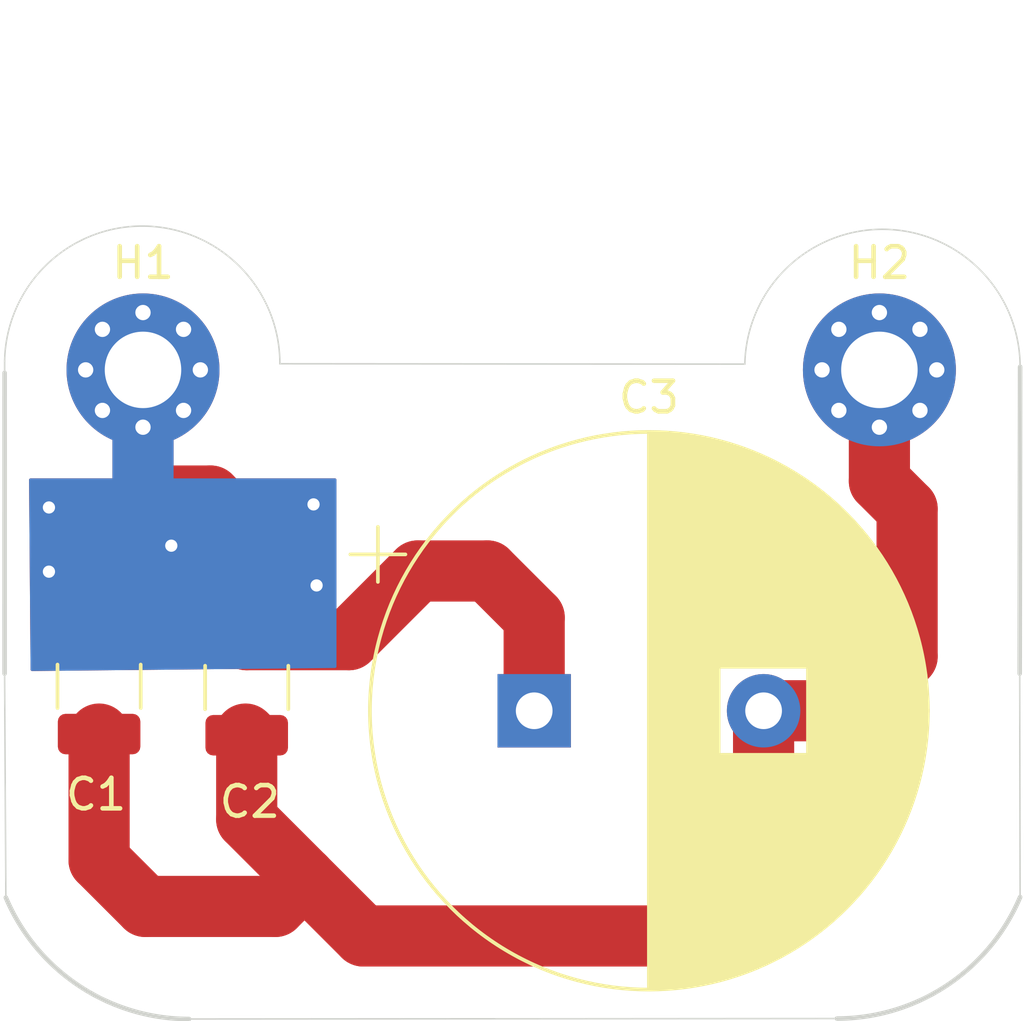
<source format=kicad_pcb>
(kicad_pcb (version 20171130) (host pcbnew "(5.1.9)-1")

  (general
    (thickness 1.6)
    (drawings 15)
    (tracks 60)
    (zones 0)
    (modules 5)
    (nets 3)
  )

  (page A4)
  (layers
    (0 F.Cu signal)
    (31 B.Cu signal)
    (32 B.Adhes user)
    (33 F.Adhes user)
    (34 B.Paste user)
    (35 F.Paste user)
    (36 B.SilkS user)
    (37 F.SilkS user)
    (38 B.Mask user)
    (39 F.Mask user)
    (40 Dwgs.User user)
    (41 Cmts.User user)
    (42 Eco1.User user)
    (43 Eco2.User user)
    (44 Edge.Cuts user)
    (45 Margin user)
    (46 B.CrtYd user)
    (47 F.CrtYd user)
    (48 B.Fab user)
    (49 F.Fab user hide)
  )

  (setup
    (last_trace_width 1)
    (user_trace_width 0.5)
    (user_trace_width 1)
    (user_trace_width 2)
    (user_trace_width 3.6)
    (trace_clearance 0.2)
    (zone_clearance 0.508)
    (zone_45_only no)
    (trace_min 0.2)
    (via_size 0.8)
    (via_drill 0.4)
    (via_min_size 0.4)
    (via_min_drill 0.3)
    (uvia_size 0.3)
    (uvia_drill 0.1)
    (uvias_allowed no)
    (uvia_min_size 0.2)
    (uvia_min_drill 0.1)
    (edge_width 0.05)
    (segment_width 0.2)
    (pcb_text_width 0.3)
    (pcb_text_size 1.5 1.5)
    (mod_edge_width 0.12)
    (mod_text_size 1 1)
    (mod_text_width 0.15)
    (pad_size 1.524 1.524)
    (pad_drill 0.762)
    (pad_to_mask_clearance 0)
    (aux_axis_origin 0 0)
    (visible_elements 7FFFFFFF)
    (pcbplotparams
      (layerselection 0x010fc_ffffffff)
      (usegerberextensions false)
      (usegerberattributes true)
      (usegerberadvancedattributes true)
      (creategerberjobfile true)
      (excludeedgelayer true)
      (linewidth 0.100000)
      (plotframeref false)
      (viasonmask false)
      (mode 1)
      (useauxorigin false)
      (hpglpennumber 1)
      (hpglpenspeed 20)
      (hpglpendiameter 15.000000)
      (psnegative false)
      (psa4output false)
      (plotreference true)
      (plotvalue true)
      (plotinvisibletext false)
      (padsonsilk false)
      (subtractmaskfromsilk false)
      (outputformat 1)
      (mirror false)
      (drillshape 1)
      (scaleselection 1)
      (outputdirectory ""))
  )

  (net 0 "")
  (net 1 "Net-(C1-Pad2)")
  (net 2 "Net-(C1-Pad1)")

  (net_class Default "This is the default net class."
    (clearance 0.2)
    (trace_width 0.25)
    (via_dia 0.8)
    (via_drill 0.4)
    (uvia_dia 0.3)
    (uvia_drill 0.1)
    (add_net "Net-(C1-Pad1)")
    (add_net "Net-(C1-Pad2)")
  )

  (module Capacitor_THT:CP_Radial_D18.0mm_P7.50mm (layer F.Cu) (tedit 5AE50EF1) (tstamp 60874AB8)
    (at 150.114 95.25)
    (descr "CP, Radial series, Radial, pin pitch=7.50mm, , diameter=18mm, Electrolytic Capacitor")
    (tags "CP Radial series Radial pin pitch 7.50mm  diameter 18mm Electrolytic Capacitor")
    (path /6078DC12)
    (fp_text reference C3 (at 3.75 -10.25) (layer F.SilkS)
      (effects (font (size 1 1) (thickness 0.15)))
    )
    (fp_text value 100u (at 3.75 10.25) (layer F.Fab)
      (effects (font (size 1 1) (thickness 0.15)))
    )
    (fp_line (start -5.10944 -6.015) (end -5.10944 -4.215) (layer F.SilkS) (width 0.12))
    (fp_line (start -6.00944 -5.115) (end -4.20944 -5.115) (layer F.SilkS) (width 0.12))
    (fp_line (start 12.87 -0.04) (end 12.87 0.04) (layer F.SilkS) (width 0.12))
    (fp_line (start 12.83 -0.814) (end 12.83 0.814) (layer F.SilkS) (width 0.12))
    (fp_line (start 12.79 -1.166) (end 12.79 1.166) (layer F.SilkS) (width 0.12))
    (fp_line (start 12.75 -1.435) (end 12.75 1.435) (layer F.SilkS) (width 0.12))
    (fp_line (start 12.71 -1.661) (end 12.71 1.661) (layer F.SilkS) (width 0.12))
    (fp_line (start 12.67 -1.86) (end 12.67 1.86) (layer F.SilkS) (width 0.12))
    (fp_line (start 12.63 -2.039) (end 12.63 2.039) (layer F.SilkS) (width 0.12))
    (fp_line (start 12.59 -2.203) (end 12.59 2.203) (layer F.SilkS) (width 0.12))
    (fp_line (start 12.55 -2.355) (end 12.55 2.355) (layer F.SilkS) (width 0.12))
    (fp_line (start 12.51 -2.498) (end 12.51 2.498) (layer F.SilkS) (width 0.12))
    (fp_line (start 12.47 -2.632) (end 12.47 2.632) (layer F.SilkS) (width 0.12))
    (fp_line (start 12.43 -2.759) (end 12.43 2.759) (layer F.SilkS) (width 0.12))
    (fp_line (start 12.39 -2.88) (end 12.39 2.88) (layer F.SilkS) (width 0.12))
    (fp_line (start 12.35 -2.996) (end 12.35 2.996) (layer F.SilkS) (width 0.12))
    (fp_line (start 12.31 -3.107) (end 12.31 3.107) (layer F.SilkS) (width 0.12))
    (fp_line (start 12.27 -3.214) (end 12.27 3.214) (layer F.SilkS) (width 0.12))
    (fp_line (start 12.23 -3.317) (end 12.23 3.317) (layer F.SilkS) (width 0.12))
    (fp_line (start 12.19 -3.416) (end 12.19 3.416) (layer F.SilkS) (width 0.12))
    (fp_line (start 12.15 -3.512) (end 12.15 3.512) (layer F.SilkS) (width 0.12))
    (fp_line (start 12.11 -3.605) (end 12.11 3.605) (layer F.SilkS) (width 0.12))
    (fp_line (start 12.07 -3.696) (end 12.07 3.696) (layer F.SilkS) (width 0.12))
    (fp_line (start 12.03 -3.784) (end 12.03 3.784) (layer F.SilkS) (width 0.12))
    (fp_line (start 11.99 -3.869) (end 11.99 3.869) (layer F.SilkS) (width 0.12))
    (fp_line (start 11.95 -3.952) (end 11.95 3.952) (layer F.SilkS) (width 0.12))
    (fp_line (start 11.911 -4.033) (end 11.911 4.033) (layer F.SilkS) (width 0.12))
    (fp_line (start 11.871 -4.113) (end 11.871 4.113) (layer F.SilkS) (width 0.12))
    (fp_line (start 11.831 -4.19) (end 11.831 4.19) (layer F.SilkS) (width 0.12))
    (fp_line (start 11.791 -4.265) (end 11.791 4.265) (layer F.SilkS) (width 0.12))
    (fp_line (start 11.751 -4.339) (end 11.751 4.339) (layer F.SilkS) (width 0.12))
    (fp_line (start 11.711 -4.412) (end 11.711 4.412) (layer F.SilkS) (width 0.12))
    (fp_line (start 11.671 -4.482) (end 11.671 4.482) (layer F.SilkS) (width 0.12))
    (fp_line (start 11.631 -4.552) (end 11.631 4.552) (layer F.SilkS) (width 0.12))
    (fp_line (start 11.591 -4.62) (end 11.591 4.62) (layer F.SilkS) (width 0.12))
    (fp_line (start 11.551 -4.686) (end 11.551 4.686) (layer F.SilkS) (width 0.12))
    (fp_line (start 11.511 -4.752) (end 11.511 4.752) (layer F.SilkS) (width 0.12))
    (fp_line (start 11.471 -4.816) (end 11.471 4.816) (layer F.SilkS) (width 0.12))
    (fp_line (start 11.431 -4.879) (end 11.431 4.879) (layer F.SilkS) (width 0.12))
    (fp_line (start 11.391 -4.941) (end 11.391 4.941) (layer F.SilkS) (width 0.12))
    (fp_line (start 11.351 -5.002) (end 11.351 5.002) (layer F.SilkS) (width 0.12))
    (fp_line (start 11.311 -5.062) (end 11.311 5.062) (layer F.SilkS) (width 0.12))
    (fp_line (start 11.271 -5.12) (end 11.271 5.12) (layer F.SilkS) (width 0.12))
    (fp_line (start 11.231 -5.178) (end 11.231 5.178) (layer F.SilkS) (width 0.12))
    (fp_line (start 11.191 -5.235) (end 11.191 5.235) (layer F.SilkS) (width 0.12))
    (fp_line (start 11.151 -5.291) (end 11.151 5.291) (layer F.SilkS) (width 0.12))
    (fp_line (start 11.111 -5.346) (end 11.111 5.346) (layer F.SilkS) (width 0.12))
    (fp_line (start 11.071 -5.4) (end 11.071 5.4) (layer F.SilkS) (width 0.12))
    (fp_line (start 11.031 -5.454) (end 11.031 5.454) (layer F.SilkS) (width 0.12))
    (fp_line (start 10.991 -5.506) (end 10.991 5.506) (layer F.SilkS) (width 0.12))
    (fp_line (start 10.951 -5.558) (end 10.951 5.558) (layer F.SilkS) (width 0.12))
    (fp_line (start 10.911 -5.609) (end 10.911 5.609) (layer F.SilkS) (width 0.12))
    (fp_line (start 10.871 -5.66) (end 10.871 5.66) (layer F.SilkS) (width 0.12))
    (fp_line (start 10.831 -5.709) (end 10.831 5.709) (layer F.SilkS) (width 0.12))
    (fp_line (start 10.791 -5.758) (end 10.791 5.758) (layer F.SilkS) (width 0.12))
    (fp_line (start 10.751 -5.806) (end 10.751 5.806) (layer F.SilkS) (width 0.12))
    (fp_line (start 10.711 -5.854) (end 10.711 5.854) (layer F.SilkS) (width 0.12))
    (fp_line (start 10.671 -5.901) (end 10.671 5.901) (layer F.SilkS) (width 0.12))
    (fp_line (start 10.631 -5.947) (end 10.631 5.947) (layer F.SilkS) (width 0.12))
    (fp_line (start 10.591 -5.993) (end 10.591 5.993) (layer F.SilkS) (width 0.12))
    (fp_line (start 10.551 -6.038) (end 10.551 6.038) (layer F.SilkS) (width 0.12))
    (fp_line (start 10.511 -6.082) (end 10.511 6.082) (layer F.SilkS) (width 0.12))
    (fp_line (start 10.471 -6.126) (end 10.471 6.126) (layer F.SilkS) (width 0.12))
    (fp_line (start 10.431 -6.17) (end 10.431 6.17) (layer F.SilkS) (width 0.12))
    (fp_line (start 10.391 -6.212) (end 10.391 6.212) (layer F.SilkS) (width 0.12))
    (fp_line (start 10.351 -6.254) (end 10.351 6.254) (layer F.SilkS) (width 0.12))
    (fp_line (start 10.311 -6.296) (end 10.311 6.296) (layer F.SilkS) (width 0.12))
    (fp_line (start 10.271 -6.337) (end 10.271 6.337) (layer F.SilkS) (width 0.12))
    (fp_line (start 10.231 -6.378) (end 10.231 6.378) (layer F.SilkS) (width 0.12))
    (fp_line (start 10.191 -6.418) (end 10.191 6.418) (layer F.SilkS) (width 0.12))
    (fp_line (start 10.151 -6.458) (end 10.151 6.458) (layer F.SilkS) (width 0.12))
    (fp_line (start 10.111 -6.497) (end 10.111 6.497) (layer F.SilkS) (width 0.12))
    (fp_line (start 10.071 -6.536) (end 10.071 6.536) (layer F.SilkS) (width 0.12))
    (fp_line (start 10.031 -6.574) (end 10.031 6.574) (layer F.SilkS) (width 0.12))
    (fp_line (start 9.991 -6.612) (end 9.991 6.612) (layer F.SilkS) (width 0.12))
    (fp_line (start 9.951 -6.649) (end 9.951 6.649) (layer F.SilkS) (width 0.12))
    (fp_line (start 9.911 -6.686) (end 9.911 6.686) (layer F.SilkS) (width 0.12))
    (fp_line (start 9.871 -6.722) (end 9.871 6.722) (layer F.SilkS) (width 0.12))
    (fp_line (start 9.831 -6.758) (end 9.831 6.758) (layer F.SilkS) (width 0.12))
    (fp_line (start 9.791 -6.794) (end 9.791 6.794) (layer F.SilkS) (width 0.12))
    (fp_line (start 9.751 -6.829) (end 9.751 6.829) (layer F.SilkS) (width 0.12))
    (fp_line (start 9.711 -6.864) (end 9.711 6.864) (layer F.SilkS) (width 0.12))
    (fp_line (start 9.671 -6.898) (end 9.671 6.898) (layer F.SilkS) (width 0.12))
    (fp_line (start 9.631 -6.932) (end 9.631 6.932) (layer F.SilkS) (width 0.12))
    (fp_line (start 9.591 -6.965) (end 9.591 6.965) (layer F.SilkS) (width 0.12))
    (fp_line (start 9.551 -6.999) (end 9.551 6.999) (layer F.SilkS) (width 0.12))
    (fp_line (start 9.511 -7.031) (end 9.511 7.031) (layer F.SilkS) (width 0.12))
    (fp_line (start 9.471 -7.064) (end 9.471 7.064) (layer F.SilkS) (width 0.12))
    (fp_line (start 9.431 -7.096) (end 9.431 7.096) (layer F.SilkS) (width 0.12))
    (fp_line (start 9.391 -7.127) (end 9.391 7.127) (layer F.SilkS) (width 0.12))
    (fp_line (start 9.351 -7.159) (end 9.351 7.159) (layer F.SilkS) (width 0.12))
    (fp_line (start 9.311 -7.19) (end 9.311 7.19) (layer F.SilkS) (width 0.12))
    (fp_line (start 9.271 -7.22) (end 9.271 7.22) (layer F.SilkS) (width 0.12))
    (fp_line (start 9.231 -7.25) (end 9.231 7.25) (layer F.SilkS) (width 0.12))
    (fp_line (start 9.191 -7.28) (end 9.191 7.28) (layer F.SilkS) (width 0.12))
    (fp_line (start 9.151 -7.31) (end 9.151 7.31) (layer F.SilkS) (width 0.12))
    (fp_line (start 9.111 -7.339) (end 9.111 7.339) (layer F.SilkS) (width 0.12))
    (fp_line (start 9.071 -7.368) (end 9.071 7.368) (layer F.SilkS) (width 0.12))
    (fp_line (start 9.031 -7.397) (end 9.031 7.397) (layer F.SilkS) (width 0.12))
    (fp_line (start 8.991 -7.425) (end 8.991 7.425) (layer F.SilkS) (width 0.12))
    (fp_line (start 8.951 -7.453) (end 8.951 7.453) (layer F.SilkS) (width 0.12))
    (fp_line (start 8.911 1.44) (end 8.911 7.48) (layer F.SilkS) (width 0.12))
    (fp_line (start 8.911 -7.48) (end 8.911 -1.44) (layer F.SilkS) (width 0.12))
    (fp_line (start 8.871 1.44) (end 8.871 7.508) (layer F.SilkS) (width 0.12))
    (fp_line (start 8.871 -7.508) (end 8.871 -1.44) (layer F.SilkS) (width 0.12))
    (fp_line (start 8.831 1.44) (end 8.831 7.535) (layer F.SilkS) (width 0.12))
    (fp_line (start 8.831 -7.535) (end 8.831 -1.44) (layer F.SilkS) (width 0.12))
    (fp_line (start 8.791 1.44) (end 8.791 7.561) (layer F.SilkS) (width 0.12))
    (fp_line (start 8.791 -7.561) (end 8.791 -1.44) (layer F.SilkS) (width 0.12))
    (fp_line (start 8.751 1.44) (end 8.751 7.588) (layer F.SilkS) (width 0.12))
    (fp_line (start 8.751 -7.588) (end 8.751 -1.44) (layer F.SilkS) (width 0.12))
    (fp_line (start 8.711 1.44) (end 8.711 7.614) (layer F.SilkS) (width 0.12))
    (fp_line (start 8.711 -7.614) (end 8.711 -1.44) (layer F.SilkS) (width 0.12))
    (fp_line (start 8.671 1.44) (end 8.671 7.64) (layer F.SilkS) (width 0.12))
    (fp_line (start 8.671 -7.64) (end 8.671 -1.44) (layer F.SilkS) (width 0.12))
    (fp_line (start 8.631 1.44) (end 8.631 7.665) (layer F.SilkS) (width 0.12))
    (fp_line (start 8.631 -7.665) (end 8.631 -1.44) (layer F.SilkS) (width 0.12))
    (fp_line (start 8.591 1.44) (end 8.591 7.69) (layer F.SilkS) (width 0.12))
    (fp_line (start 8.591 -7.69) (end 8.591 -1.44) (layer F.SilkS) (width 0.12))
    (fp_line (start 8.551 1.44) (end 8.551 7.715) (layer F.SilkS) (width 0.12))
    (fp_line (start 8.551 -7.715) (end 8.551 -1.44) (layer F.SilkS) (width 0.12))
    (fp_line (start 8.511 1.44) (end 8.511 7.74) (layer F.SilkS) (width 0.12))
    (fp_line (start 8.511 -7.74) (end 8.511 -1.44) (layer F.SilkS) (width 0.12))
    (fp_line (start 8.471 1.44) (end 8.471 7.764) (layer F.SilkS) (width 0.12))
    (fp_line (start 8.471 -7.764) (end 8.471 -1.44) (layer F.SilkS) (width 0.12))
    (fp_line (start 8.431 1.44) (end 8.431 7.788) (layer F.SilkS) (width 0.12))
    (fp_line (start 8.431 -7.788) (end 8.431 -1.44) (layer F.SilkS) (width 0.12))
    (fp_line (start 8.391 1.44) (end 8.391 7.812) (layer F.SilkS) (width 0.12))
    (fp_line (start 8.391 -7.812) (end 8.391 -1.44) (layer F.SilkS) (width 0.12))
    (fp_line (start 8.351 1.44) (end 8.351 7.835) (layer F.SilkS) (width 0.12))
    (fp_line (start 8.351 -7.835) (end 8.351 -1.44) (layer F.SilkS) (width 0.12))
    (fp_line (start 8.311 1.44) (end 8.311 7.859) (layer F.SilkS) (width 0.12))
    (fp_line (start 8.311 -7.859) (end 8.311 -1.44) (layer F.SilkS) (width 0.12))
    (fp_line (start 8.271 1.44) (end 8.271 7.882) (layer F.SilkS) (width 0.12))
    (fp_line (start 8.271 -7.882) (end 8.271 -1.44) (layer F.SilkS) (width 0.12))
    (fp_line (start 8.231 1.44) (end 8.231 7.904) (layer F.SilkS) (width 0.12))
    (fp_line (start 8.231 -7.904) (end 8.231 -1.44) (layer F.SilkS) (width 0.12))
    (fp_line (start 8.191 1.44) (end 8.191 7.927) (layer F.SilkS) (width 0.12))
    (fp_line (start 8.191 -7.927) (end 8.191 -1.44) (layer F.SilkS) (width 0.12))
    (fp_line (start 8.151 1.44) (end 8.151 7.949) (layer F.SilkS) (width 0.12))
    (fp_line (start 8.151 -7.949) (end 8.151 -1.44) (layer F.SilkS) (width 0.12))
    (fp_line (start 8.111 1.44) (end 8.111 7.971) (layer F.SilkS) (width 0.12))
    (fp_line (start 8.111 -7.971) (end 8.111 -1.44) (layer F.SilkS) (width 0.12))
    (fp_line (start 8.071 1.44) (end 8.071 7.992) (layer F.SilkS) (width 0.12))
    (fp_line (start 8.071 -7.992) (end 8.071 -1.44) (layer F.SilkS) (width 0.12))
    (fp_line (start 8.031 1.44) (end 8.031 8.014) (layer F.SilkS) (width 0.12))
    (fp_line (start 8.031 -8.014) (end 8.031 -1.44) (layer F.SilkS) (width 0.12))
    (fp_line (start 7.991 1.44) (end 7.991 8.035) (layer F.SilkS) (width 0.12))
    (fp_line (start 7.991 -8.035) (end 7.991 -1.44) (layer F.SilkS) (width 0.12))
    (fp_line (start 7.951 1.44) (end 7.951 8.056) (layer F.SilkS) (width 0.12))
    (fp_line (start 7.951 -8.056) (end 7.951 -1.44) (layer F.SilkS) (width 0.12))
    (fp_line (start 7.911 1.44) (end 7.911 8.076) (layer F.SilkS) (width 0.12))
    (fp_line (start 7.911 -8.076) (end 7.911 -1.44) (layer F.SilkS) (width 0.12))
    (fp_line (start 7.871 1.44) (end 7.871 8.097) (layer F.SilkS) (width 0.12))
    (fp_line (start 7.871 -8.097) (end 7.871 -1.44) (layer F.SilkS) (width 0.12))
    (fp_line (start 7.831 1.44) (end 7.831 8.117) (layer F.SilkS) (width 0.12))
    (fp_line (start 7.831 -8.117) (end 7.831 -1.44) (layer F.SilkS) (width 0.12))
    (fp_line (start 7.791 1.44) (end 7.791 8.137) (layer F.SilkS) (width 0.12))
    (fp_line (start 7.791 -8.137) (end 7.791 -1.44) (layer F.SilkS) (width 0.12))
    (fp_line (start 7.751 1.44) (end 7.751 8.156) (layer F.SilkS) (width 0.12))
    (fp_line (start 7.751 -8.156) (end 7.751 -1.44) (layer F.SilkS) (width 0.12))
    (fp_line (start 7.711 1.44) (end 7.711 8.176) (layer F.SilkS) (width 0.12))
    (fp_line (start 7.711 -8.176) (end 7.711 -1.44) (layer F.SilkS) (width 0.12))
    (fp_line (start 7.671 1.44) (end 7.671 8.195) (layer F.SilkS) (width 0.12))
    (fp_line (start 7.671 -8.195) (end 7.671 -1.44) (layer F.SilkS) (width 0.12))
    (fp_line (start 7.631 1.44) (end 7.631 8.214) (layer F.SilkS) (width 0.12))
    (fp_line (start 7.631 -8.214) (end 7.631 -1.44) (layer F.SilkS) (width 0.12))
    (fp_line (start 7.591 1.44) (end 7.591 8.233) (layer F.SilkS) (width 0.12))
    (fp_line (start 7.591 -8.233) (end 7.591 -1.44) (layer F.SilkS) (width 0.12))
    (fp_line (start 7.551 1.44) (end 7.551 8.251) (layer F.SilkS) (width 0.12))
    (fp_line (start 7.551 -8.251) (end 7.551 -1.44) (layer F.SilkS) (width 0.12))
    (fp_line (start 7.511 1.44) (end 7.511 8.269) (layer F.SilkS) (width 0.12))
    (fp_line (start 7.511 -8.269) (end 7.511 -1.44) (layer F.SilkS) (width 0.12))
    (fp_line (start 7.471 1.44) (end 7.471 8.287) (layer F.SilkS) (width 0.12))
    (fp_line (start 7.471 -8.287) (end 7.471 -1.44) (layer F.SilkS) (width 0.12))
    (fp_line (start 7.431 1.44) (end 7.431 8.305) (layer F.SilkS) (width 0.12))
    (fp_line (start 7.431 -8.305) (end 7.431 -1.44) (layer F.SilkS) (width 0.12))
    (fp_line (start 7.391 1.44) (end 7.391 8.323) (layer F.SilkS) (width 0.12))
    (fp_line (start 7.391 -8.323) (end 7.391 -1.44) (layer F.SilkS) (width 0.12))
    (fp_line (start 7.351 1.44) (end 7.351 8.34) (layer F.SilkS) (width 0.12))
    (fp_line (start 7.351 -8.34) (end 7.351 -1.44) (layer F.SilkS) (width 0.12))
    (fp_line (start 7.311 1.44) (end 7.311 8.357) (layer F.SilkS) (width 0.12))
    (fp_line (start 7.311 -8.357) (end 7.311 -1.44) (layer F.SilkS) (width 0.12))
    (fp_line (start 7.271 1.44) (end 7.271 8.374) (layer F.SilkS) (width 0.12))
    (fp_line (start 7.271 -8.374) (end 7.271 -1.44) (layer F.SilkS) (width 0.12))
    (fp_line (start 7.231 1.44) (end 7.231 8.39) (layer F.SilkS) (width 0.12))
    (fp_line (start 7.231 -8.39) (end 7.231 -1.44) (layer F.SilkS) (width 0.12))
    (fp_line (start 7.191 1.44) (end 7.191 8.407) (layer F.SilkS) (width 0.12))
    (fp_line (start 7.191 -8.407) (end 7.191 -1.44) (layer F.SilkS) (width 0.12))
    (fp_line (start 7.151 1.44) (end 7.151 8.423) (layer F.SilkS) (width 0.12))
    (fp_line (start 7.151 -8.423) (end 7.151 -1.44) (layer F.SilkS) (width 0.12))
    (fp_line (start 7.111 1.44) (end 7.111 8.439) (layer F.SilkS) (width 0.12))
    (fp_line (start 7.111 -8.439) (end 7.111 -1.44) (layer F.SilkS) (width 0.12))
    (fp_line (start 7.071 1.44) (end 7.071 8.455) (layer F.SilkS) (width 0.12))
    (fp_line (start 7.071 -8.455) (end 7.071 -1.44) (layer F.SilkS) (width 0.12))
    (fp_line (start 7.031 1.44) (end 7.031 8.47) (layer F.SilkS) (width 0.12))
    (fp_line (start 7.031 -8.47) (end 7.031 -1.44) (layer F.SilkS) (width 0.12))
    (fp_line (start 6.991 1.44) (end 6.991 8.486) (layer F.SilkS) (width 0.12))
    (fp_line (start 6.991 -8.486) (end 6.991 -1.44) (layer F.SilkS) (width 0.12))
    (fp_line (start 6.951 1.44) (end 6.951 8.501) (layer F.SilkS) (width 0.12))
    (fp_line (start 6.951 -8.501) (end 6.951 -1.44) (layer F.SilkS) (width 0.12))
    (fp_line (start 6.911 1.44) (end 6.911 8.516) (layer F.SilkS) (width 0.12))
    (fp_line (start 6.911 -8.516) (end 6.911 -1.44) (layer F.SilkS) (width 0.12))
    (fp_line (start 6.871 1.44) (end 6.871 8.53) (layer F.SilkS) (width 0.12))
    (fp_line (start 6.871 -8.53) (end 6.871 -1.44) (layer F.SilkS) (width 0.12))
    (fp_line (start 6.831 1.44) (end 6.831 8.545) (layer F.SilkS) (width 0.12))
    (fp_line (start 6.831 -8.545) (end 6.831 -1.44) (layer F.SilkS) (width 0.12))
    (fp_line (start 6.791 1.44) (end 6.791 8.559) (layer F.SilkS) (width 0.12))
    (fp_line (start 6.791 -8.559) (end 6.791 -1.44) (layer F.SilkS) (width 0.12))
    (fp_line (start 6.751 1.44) (end 6.751 8.573) (layer F.SilkS) (width 0.12))
    (fp_line (start 6.751 -8.573) (end 6.751 -1.44) (layer F.SilkS) (width 0.12))
    (fp_line (start 6.711 1.44) (end 6.711 8.587) (layer F.SilkS) (width 0.12))
    (fp_line (start 6.711 -8.587) (end 6.711 -1.44) (layer F.SilkS) (width 0.12))
    (fp_line (start 6.671 1.44) (end 6.671 8.6) (layer F.SilkS) (width 0.12))
    (fp_line (start 6.671 -8.6) (end 6.671 -1.44) (layer F.SilkS) (width 0.12))
    (fp_line (start 6.631 1.44) (end 6.631 8.614) (layer F.SilkS) (width 0.12))
    (fp_line (start 6.631 -8.614) (end 6.631 -1.44) (layer F.SilkS) (width 0.12))
    (fp_line (start 6.591 1.44) (end 6.591 8.627) (layer F.SilkS) (width 0.12))
    (fp_line (start 6.591 -8.627) (end 6.591 -1.44) (layer F.SilkS) (width 0.12))
    (fp_line (start 6.551 1.44) (end 6.551 8.64) (layer F.SilkS) (width 0.12))
    (fp_line (start 6.551 -8.64) (end 6.551 -1.44) (layer F.SilkS) (width 0.12))
    (fp_line (start 6.511 1.44) (end 6.511 8.653) (layer F.SilkS) (width 0.12))
    (fp_line (start 6.511 -8.653) (end 6.511 -1.44) (layer F.SilkS) (width 0.12))
    (fp_line (start 6.471 1.44) (end 6.471 8.665) (layer F.SilkS) (width 0.12))
    (fp_line (start 6.471 -8.665) (end 6.471 -1.44) (layer F.SilkS) (width 0.12))
    (fp_line (start 6.431 1.44) (end 6.431 8.678) (layer F.SilkS) (width 0.12))
    (fp_line (start 6.431 -8.678) (end 6.431 -1.44) (layer F.SilkS) (width 0.12))
    (fp_line (start 6.391 1.44) (end 6.391 8.69) (layer F.SilkS) (width 0.12))
    (fp_line (start 6.391 -8.69) (end 6.391 -1.44) (layer F.SilkS) (width 0.12))
    (fp_line (start 6.351 1.44) (end 6.351 8.702) (layer F.SilkS) (width 0.12))
    (fp_line (start 6.351 -8.702) (end 6.351 -1.44) (layer F.SilkS) (width 0.12))
    (fp_line (start 6.311 1.44) (end 6.311 8.714) (layer F.SilkS) (width 0.12))
    (fp_line (start 6.311 -8.714) (end 6.311 -1.44) (layer F.SilkS) (width 0.12))
    (fp_line (start 6.271 1.44) (end 6.271 8.725) (layer F.SilkS) (width 0.12))
    (fp_line (start 6.271 -8.725) (end 6.271 -1.44) (layer F.SilkS) (width 0.12))
    (fp_line (start 6.231 1.44) (end 6.231 8.737) (layer F.SilkS) (width 0.12))
    (fp_line (start 6.231 -8.737) (end 6.231 -1.44) (layer F.SilkS) (width 0.12))
    (fp_line (start 6.191 1.44) (end 6.191 8.748) (layer F.SilkS) (width 0.12))
    (fp_line (start 6.191 -8.748) (end 6.191 -1.44) (layer F.SilkS) (width 0.12))
    (fp_line (start 6.151 1.44) (end 6.151 8.759) (layer F.SilkS) (width 0.12))
    (fp_line (start 6.151 -8.759) (end 6.151 -1.44) (layer F.SilkS) (width 0.12))
    (fp_line (start 6.111 1.44) (end 6.111 8.77) (layer F.SilkS) (width 0.12))
    (fp_line (start 6.111 -8.77) (end 6.111 -1.44) (layer F.SilkS) (width 0.12))
    (fp_line (start 6.071 1.44) (end 6.071 8.78) (layer F.SilkS) (width 0.12))
    (fp_line (start 6.071 -8.78) (end 6.071 -1.44) (layer F.SilkS) (width 0.12))
    (fp_line (start 6.031 -8.791) (end 6.031 8.791) (layer F.SilkS) (width 0.12))
    (fp_line (start 5.991 -8.801) (end 5.991 8.801) (layer F.SilkS) (width 0.12))
    (fp_line (start 5.951 -8.811) (end 5.951 8.811) (layer F.SilkS) (width 0.12))
    (fp_line (start 5.911 -8.821) (end 5.911 8.821) (layer F.SilkS) (width 0.12))
    (fp_line (start 5.871 -8.831) (end 5.871 8.831) (layer F.SilkS) (width 0.12))
    (fp_line (start 5.831 -8.84) (end 5.831 8.84) (layer F.SilkS) (width 0.12))
    (fp_line (start 5.791 -8.849) (end 5.791 8.849) (layer F.SilkS) (width 0.12))
    (fp_line (start 5.751 -8.858) (end 5.751 8.858) (layer F.SilkS) (width 0.12))
    (fp_line (start 5.711 -8.867) (end 5.711 8.867) (layer F.SilkS) (width 0.12))
    (fp_line (start 5.671 -8.876) (end 5.671 8.876) (layer F.SilkS) (width 0.12))
    (fp_line (start 5.631 -8.885) (end 5.631 8.885) (layer F.SilkS) (width 0.12))
    (fp_line (start 5.591 -8.893) (end 5.591 8.893) (layer F.SilkS) (width 0.12))
    (fp_line (start 5.551 -8.901) (end 5.551 8.901) (layer F.SilkS) (width 0.12))
    (fp_line (start 5.511 -8.909) (end 5.511 8.909) (layer F.SilkS) (width 0.12))
    (fp_line (start 5.471 -8.917) (end 5.471 8.917) (layer F.SilkS) (width 0.12))
    (fp_line (start 5.431 -8.924) (end 5.431 8.924) (layer F.SilkS) (width 0.12))
    (fp_line (start 5.391 -8.932) (end 5.391 8.932) (layer F.SilkS) (width 0.12))
    (fp_line (start 5.351 -8.939) (end 5.351 8.939) (layer F.SilkS) (width 0.12))
    (fp_line (start 5.311 -8.946) (end 5.311 8.946) (layer F.SilkS) (width 0.12))
    (fp_line (start 5.271 -8.953) (end 5.271 8.953) (layer F.SilkS) (width 0.12))
    (fp_line (start 5.231 -8.96) (end 5.231 8.96) (layer F.SilkS) (width 0.12))
    (fp_line (start 5.191 -8.966) (end 5.191 8.966) (layer F.SilkS) (width 0.12))
    (fp_line (start 5.151 -8.972) (end 5.151 8.972) (layer F.SilkS) (width 0.12))
    (fp_line (start 5.111 -8.979) (end 5.111 8.979) (layer F.SilkS) (width 0.12))
    (fp_line (start 5.071 -8.984) (end 5.071 8.984) (layer F.SilkS) (width 0.12))
    (fp_line (start 5.031 -8.99) (end 5.031 8.99) (layer F.SilkS) (width 0.12))
    (fp_line (start 4.991 -8.996) (end 4.991 8.996) (layer F.SilkS) (width 0.12))
    (fp_line (start 4.951 -9.001) (end 4.951 9.001) (layer F.SilkS) (width 0.12))
    (fp_line (start 4.911 -9.006) (end 4.911 9.006) (layer F.SilkS) (width 0.12))
    (fp_line (start 4.871 -9.011) (end 4.871 9.011) (layer F.SilkS) (width 0.12))
    (fp_line (start 4.831 -9.016) (end 4.831 9.016) (layer F.SilkS) (width 0.12))
    (fp_line (start 4.791 -9.021) (end 4.791 9.021) (layer F.SilkS) (width 0.12))
    (fp_line (start 4.751 -9.026) (end 4.751 9.026) (layer F.SilkS) (width 0.12))
    (fp_line (start 4.711 -9.03) (end 4.711 9.03) (layer F.SilkS) (width 0.12))
    (fp_line (start 4.671 -9.034) (end 4.671 9.034) (layer F.SilkS) (width 0.12))
    (fp_line (start 4.631 -9.038) (end 4.631 9.038) (layer F.SilkS) (width 0.12))
    (fp_line (start 4.591 -9.042) (end 4.591 9.042) (layer F.SilkS) (width 0.12))
    (fp_line (start 4.551 -9.045) (end 4.551 9.045) (layer F.SilkS) (width 0.12))
    (fp_line (start 4.511 -9.049) (end 4.511 9.049) (layer F.SilkS) (width 0.12))
    (fp_line (start 4.471 -9.052) (end 4.471 9.052) (layer F.SilkS) (width 0.12))
    (fp_line (start 4.43 -9.055) (end 4.43 9.055) (layer F.SilkS) (width 0.12))
    (fp_line (start 4.39 -9.058) (end 4.39 9.058) (layer F.SilkS) (width 0.12))
    (fp_line (start 4.35 -9.061) (end 4.35 9.061) (layer F.SilkS) (width 0.12))
    (fp_line (start 4.31 -9.063) (end 4.31 9.063) (layer F.SilkS) (width 0.12))
    (fp_line (start 4.27 -9.066) (end 4.27 9.066) (layer F.SilkS) (width 0.12))
    (fp_line (start 4.23 -9.068) (end 4.23 9.068) (layer F.SilkS) (width 0.12))
    (fp_line (start 4.19 -9.07) (end 4.19 9.07) (layer F.SilkS) (width 0.12))
    (fp_line (start 4.15 -9.072) (end 4.15 9.072) (layer F.SilkS) (width 0.12))
    (fp_line (start 4.11 -9.073) (end 4.11 9.073) (layer F.SilkS) (width 0.12))
    (fp_line (start 4.07 -9.075) (end 4.07 9.075) (layer F.SilkS) (width 0.12))
    (fp_line (start 4.03 -9.076) (end 4.03 9.076) (layer F.SilkS) (width 0.12))
    (fp_line (start 3.99 -9.077) (end 3.99 9.077) (layer F.SilkS) (width 0.12))
    (fp_line (start 3.95 -9.078) (end 3.95 9.078) (layer F.SilkS) (width 0.12))
    (fp_line (start 3.91 -9.079) (end 3.91 9.079) (layer F.SilkS) (width 0.12))
    (fp_line (start 3.87 -9.08) (end 3.87 9.08) (layer F.SilkS) (width 0.12))
    (fp_line (start 3.83 -9.08) (end 3.83 9.08) (layer F.SilkS) (width 0.12))
    (fp_line (start 3.79 -9.08) (end 3.79 9.08) (layer F.SilkS) (width 0.12))
    (fp_line (start 3.75 -9.081) (end 3.75 9.081) (layer F.SilkS) (width 0.12))
    (fp_line (start -3.087271 -4.8475) (end -3.087271 -3.0475) (layer F.Fab) (width 0.1))
    (fp_line (start -3.987271 -3.9475) (end -2.187271 -3.9475) (layer F.Fab) (width 0.1))
    (fp_circle (center 3.75 0) (end 13 0) (layer F.CrtYd) (width 0.05))
    (fp_circle (center 3.75 0) (end 12.87 0) (layer F.SilkS) (width 0.12))
    (fp_circle (center 3.75 0) (end 12.75 0) (layer F.Fab) (width 0.1))
    (fp_text user %R (at 3.75 0) (layer F.Fab)
      (effects (font (size 1 1) (thickness 0.15)))
    )
    (pad 2 thru_hole circle (at 7.5 0) (size 2.4 2.4) (drill 1.2) (layers *.Cu *.Mask)
      (net 1 "Net-(C1-Pad2)"))
    (pad 1 thru_hole rect (at 0 0) (size 2.4 2.4) (drill 1.2) (layers *.Cu *.Mask)
      (net 2 "Net-(C1-Pad1)"))
    (model ${KISYS3DMOD}/Capacitor_THT.3dshapes/CP_Radial_D18.0mm_P7.50mm.wrl
      (at (xyz 0 0 0))
      (scale (xyz 1 1 1))
      (rotate (xyz 0 0 0))
    )
  )

  (module MountingHole:MountingHole_2.5mm_Pad_Via (layer F.Cu) (tedit 56DDBAEA) (tstamp 6087401B)
    (at 161.4 84.1)
    (descr "Mounting Hole 2.5mm")
    (tags "mounting hole 2.5mm")
    (path /6078F6D5)
    (attr virtual)
    (fp_text reference H2 (at 0 -3.5) (layer F.SilkS)
      (effects (font (size 1 1) (thickness 0.15)))
    )
    (fp_text value MountingHole_Pad (at 0 3.5) (layer F.Fab)
      (effects (font (size 1 1) (thickness 0.15)))
    )
    (fp_circle (center 0 0) (end 2.75 0) (layer F.CrtYd) (width 0.05))
    (fp_circle (center 0 0) (end 2.5 0) (layer Cmts.User) (width 0.15))
    (fp_text user %R (at 0.3 0) (layer F.Fab)
      (effects (font (size 1 1) (thickness 0.15)))
    )
    (pad 1 thru_hole circle (at 1.325825 -1.325825) (size 0.8 0.8) (drill 0.5) (layers *.Cu *.Mask)
      (net 1 "Net-(C1-Pad2)"))
    (pad 1 thru_hole circle (at 0 -1.875) (size 0.8 0.8) (drill 0.5) (layers *.Cu *.Mask)
      (net 1 "Net-(C1-Pad2)"))
    (pad 1 thru_hole circle (at -1.325825 -1.325825) (size 0.8 0.8) (drill 0.5) (layers *.Cu *.Mask)
      (net 1 "Net-(C1-Pad2)"))
    (pad 1 thru_hole circle (at -1.875 0) (size 0.8 0.8) (drill 0.5) (layers *.Cu *.Mask)
      (net 1 "Net-(C1-Pad2)"))
    (pad 1 thru_hole circle (at -1.325825 1.325825) (size 0.8 0.8) (drill 0.5) (layers *.Cu *.Mask)
      (net 1 "Net-(C1-Pad2)"))
    (pad 1 thru_hole circle (at 0 1.875) (size 0.8 0.8) (drill 0.5) (layers *.Cu *.Mask)
      (net 1 "Net-(C1-Pad2)"))
    (pad 1 thru_hole circle (at 1.325825 1.325825) (size 0.8 0.8) (drill 0.5) (layers *.Cu *.Mask)
      (net 1 "Net-(C1-Pad2)"))
    (pad 1 thru_hole circle (at 1.875 0) (size 0.8 0.8) (drill 0.5) (layers *.Cu *.Mask)
      (net 1 "Net-(C1-Pad2)"))
    (pad 1 thru_hole circle (at 0 0) (size 5 5) (drill 2.5) (layers *.Cu *.Mask)
      (net 1 "Net-(C1-Pad2)"))
  )

  (module MountingHole:MountingHole_2.5mm_Pad_Via (layer F.Cu) (tedit 56DDBAEA) (tstamp 60874AC8)
    (at 137.325 84.1)
    (descr "Mounting Hole 2.5mm")
    (tags "mounting hole 2.5mm")
    (path /6078E6B9)
    (attr virtual)
    (fp_text reference H1 (at 0 -3.5) (layer F.SilkS)
      (effects (font (size 1 1) (thickness 0.15)))
    )
    (fp_text value MountingHole_Pad (at 0 3.5) (layer F.Fab)
      (effects (font (size 1 1) (thickness 0.15)))
    )
    (fp_circle (center 0 0) (end 2.75 0) (layer F.CrtYd) (width 0.05))
    (fp_circle (center 0 0) (end 2.5 0) (layer Cmts.User) (width 0.15))
    (fp_text user %R (at 0.3 0) (layer F.Fab)
      (effects (font (size 1 1) (thickness 0.15)))
    )
    (pad 1 thru_hole circle (at 1.325825 -1.325825) (size 0.8 0.8) (drill 0.5) (layers *.Cu *.Mask)
      (net 2 "Net-(C1-Pad1)"))
    (pad 1 thru_hole circle (at 0 -1.875) (size 0.8 0.8) (drill 0.5) (layers *.Cu *.Mask)
      (net 2 "Net-(C1-Pad1)"))
    (pad 1 thru_hole circle (at -1.325825 -1.325825) (size 0.8 0.8) (drill 0.5) (layers *.Cu *.Mask)
      (net 2 "Net-(C1-Pad1)"))
    (pad 1 thru_hole circle (at -1.875 0) (size 0.8 0.8) (drill 0.5) (layers *.Cu *.Mask)
      (net 2 "Net-(C1-Pad1)"))
    (pad 1 thru_hole circle (at -1.325825 1.325825) (size 0.8 0.8) (drill 0.5) (layers *.Cu *.Mask)
      (net 2 "Net-(C1-Pad1)"))
    (pad 1 thru_hole circle (at 0 1.875) (size 0.8 0.8) (drill 0.5) (layers *.Cu *.Mask)
      (net 2 "Net-(C1-Pad1)"))
    (pad 1 thru_hole circle (at 1.325825 1.325825) (size 0.8 0.8) (drill 0.5) (layers *.Cu *.Mask)
      (net 2 "Net-(C1-Pad1)"))
    (pad 1 thru_hole circle (at 1.875 0) (size 0.8 0.8) (drill 0.5) (layers *.Cu *.Mask)
      (net 2 "Net-(C1-Pad1)"))
    (pad 1 thru_hole circle (at 0 0) (size 5 5) (drill 2.5) (layers *.Cu *.Mask)
      (net 2 "Net-(C1-Pad1)"))
  )

  (module Capacitor_SMD:C_1210_3225Metric_Pad1.33x2.70mm_HandSolder (layer F.Cu) (tedit 5F68FEEF) (tstamp 60874ED5)
    (at 140.716 94.488 270)
    (descr "Capacitor SMD 1210 (3225 Metric), square (rectangular) end terminal, IPC_7351 nominal with elongated pad for handsoldering. (Body size source: IPC-SM-782 page 76, https://www.pcb-3d.com/wordpress/wp-content/uploads/ipc-sm-782a_amendment_1_and_2.pdf), generated with kicad-footprint-generator")
    (tags "capacitor handsolder")
    (path /6078D998)
    (attr smd)
    (fp_text reference C2 (at 3.7375 -0.1 180) (layer F.SilkS)
      (effects (font (size 1 1) (thickness 0.15)))
    )
    (fp_text value 10u (at 0 2.3 90) (layer F.Fab)
      (effects (font (size 1 1) (thickness 0.15)))
    )
    (fp_line (start -1.6 1.25) (end -1.6 -1.25) (layer F.Fab) (width 0.1))
    (fp_line (start -1.6 -1.25) (end 1.6 -1.25) (layer F.Fab) (width 0.1))
    (fp_line (start 1.6 -1.25) (end 1.6 1.25) (layer F.Fab) (width 0.1))
    (fp_line (start 1.6 1.25) (end -1.6 1.25) (layer F.Fab) (width 0.1))
    (fp_line (start -0.711252 -1.36) (end 0.711252 -1.36) (layer F.SilkS) (width 0.12))
    (fp_line (start -0.711252 1.36) (end 0.711252 1.36) (layer F.SilkS) (width 0.12))
    (fp_line (start -2.48 1.6) (end -2.48 -1.6) (layer F.CrtYd) (width 0.05))
    (fp_line (start -2.48 -1.6) (end 2.48 -1.6) (layer F.CrtYd) (width 0.05))
    (fp_line (start 2.48 -1.6) (end 2.48 1.6) (layer F.CrtYd) (width 0.05))
    (fp_line (start 2.48 1.6) (end -2.48 1.6) (layer F.CrtYd) (width 0.05))
    (fp_text user %R (at 0 0 90) (layer F.Fab)
      (effects (font (size 0.8 0.8) (thickness 0.12)))
    )
    (pad 2 smd roundrect (at 1.5625 0 270) (size 1.325 2.7) (layers F.Cu F.Paste F.Mask) (roundrect_rratio 0.188679)
      (net 1 "Net-(C1-Pad2)"))
    (pad 1 smd roundrect (at -1.5625 0 270) (size 1.325 2.7) (layers F.Cu F.Paste F.Mask) (roundrect_rratio 0.188679)
      (net 2 "Net-(C1-Pad1)"))
    (model ${KISYS3DMOD}/Capacitor_SMD.3dshapes/C_1210_3225Metric.wrl
      (at (xyz 0 0 0))
      (scale (xyz 1 1 1))
      (rotate (xyz 0 0 0))
    )
  )

  (module Capacitor_SMD:C_1210_3225Metric_Pad1.33x2.70mm_HandSolder (layer F.Cu) (tedit 5F68FEEF) (tstamp 608749FE)
    (at 135.89 94.4495 270)
    (descr "Capacitor SMD 1210 (3225 Metric), square (rectangular) end terminal, IPC_7351 nominal with elongated pad for handsoldering. (Body size source: IPC-SM-782 page 76, https://www.pcb-3d.com/wordpress/wp-content/uploads/ipc-sm-782a_amendment_1_and_2.pdf), generated with kicad-footprint-generator")
    (tags "capacitor handsolder")
    (path /6078CCE0)
    (attr smd)
    (fp_text reference C1 (at 3.5375 0.1 180) (layer F.SilkS)
      (effects (font (size 1 1) (thickness 0.15)))
    )
    (fp_text value 100n (at 0 2.3 90) (layer F.Fab)
      (effects (font (size 1 1) (thickness 0.15)))
    )
    (fp_line (start -1.6 1.25) (end -1.6 -1.25) (layer F.Fab) (width 0.1))
    (fp_line (start -1.6 -1.25) (end 1.6 -1.25) (layer F.Fab) (width 0.1))
    (fp_line (start 1.6 -1.25) (end 1.6 1.25) (layer F.Fab) (width 0.1))
    (fp_line (start 1.6 1.25) (end -1.6 1.25) (layer F.Fab) (width 0.1))
    (fp_line (start -0.711252 -1.36) (end 0.711252 -1.36) (layer F.SilkS) (width 0.12))
    (fp_line (start -0.711252 1.36) (end 0.711252 1.36) (layer F.SilkS) (width 0.12))
    (fp_line (start -2.48 1.6) (end -2.48 -1.6) (layer F.CrtYd) (width 0.05))
    (fp_line (start -2.48 -1.6) (end 2.48 -1.6) (layer F.CrtYd) (width 0.05))
    (fp_line (start 2.48 -1.6) (end 2.48 1.6) (layer F.CrtYd) (width 0.05))
    (fp_line (start 2.48 1.6) (end -2.48 1.6) (layer F.CrtYd) (width 0.05))
    (fp_text user %R (at 0 0 90) (layer F.Fab)
      (effects (font (size 0.8 0.8) (thickness 0.12)))
    )
    (pad 2 smd roundrect (at 1.5625 0 270) (size 1.325 2.7) (layers F.Cu F.Paste F.Mask) (roundrect_rratio 0.188679)
      (net 1 "Net-(C1-Pad2)"))
    (pad 1 smd roundrect (at -1.5625 0 270) (size 1.325 2.7) (layers F.Cu F.Paste F.Mask) (roundrect_rratio 0.188679)
      (net 2 "Net-(C1-Pad1)"))
    (model ${KISYS3DMOD}/Capacitor_SMD.3dshapes/C_1210_3225Metric.wrl
      (at (xyz 0 0 0))
      (scale (xyz 1 1 1))
      (rotate (xyz 0 0 0))
    )
  )

  (gr_poly (pts (xy 143.6 93.8) (xy 133.7 93.9) (xy 133.65 87.7) (xy 143.6 87.7)) (layer B.Cu) (width 0.1) (tstamp 6089DF80))
  (gr_poly (pts (xy 143.6 93.8) (xy 133.7 93.9) (xy 133.65 87.7) (xy 143.6 87.7)) (layer F.Cu) (width 0.1))
  (gr_line (start 160.012295 105.316694) (end 138.829705 105.332) (layer Edge.Cuts) (width 0.05) (tstamp 608A1C3D))
  (gr_line (start 165.986287 94.03266) (end 166 101.346) (layer Edge.Cuts) (width 0.05) (tstamp 608A1BE2))
  (gr_line (start 132.8 94.03266) (end 132.842 101.361306) (layer Edge.Cuts) (width 0.05) (tstamp 608A1BE1))
  (gr_line (start 132.8 94.03266) (end 132.800847 84.198261) (layer Edge.Cuts) (width 0.15) (tstamp 608751F3))
  (gr_line (start 166 84) (end 165.986287 94.03266) (layer Edge.Cuts) (width 0.15) (tstamp 608751F4))
  (dimension 33.35 (width 0.15) (layer Dwgs.User)
    (gr_text "33.350 mm" (at 149.4 72.7) (layer Dwgs.User)
      (effects (font (size 1 1) (thickness 0.15)))
    )
    (feature1 (pts (xy 166.075 85.65) (xy 166.075 73.413579)))
    (feature2 (pts (xy 132.725 85.65) (xy 132.725 73.413579)))
    (crossbar (pts (xy 132.725 74) (xy 166.075 74)))
    (arrow1a (pts (xy 166.075 74) (xy 164.948496 74.586421)))
    (arrow1b (pts (xy 166.075 74) (xy 164.948496 73.413579)))
    (arrow2a (pts (xy 132.725 74) (xy 133.851504 74.586421)))
    (arrow2b (pts (xy 132.725 74) (xy 133.851504 73.413579)))
  )
  (dimension 24.075 (width 0.15) (layer Dwgs.User)
    (gr_text "24.075 mm" (at 149.3625 76.3) (layer Dwgs.User)
      (effects (font (size 1 1) (thickness 0.15)))
    )
    (feature1 (pts (xy 161.4 84.1) (xy 161.4 77.013579)))
    (feature2 (pts (xy 137.325 84.1) (xy 137.325 77.013579)))
    (crossbar (pts (xy 137.325 77.6) (xy 161.4 77.6)))
    (arrow1a (pts (xy 161.4 77.6) (xy 160.273496 78.186421)))
    (arrow1b (pts (xy 161.4 77.6) (xy 160.273496 77.013579)))
    (arrow2a (pts (xy 137.325 77.6) (xy 138.451504 78.186421)))
    (arrow2b (pts (xy 137.325 77.6) (xy 138.451504 77.013579)))
  )
  (gr_line (start 132.800847 83.811782) (end 132.800847 84.198261) (layer Edge.Cuts) (width 0.05) (tstamp 608741D2))
  (gr_line (start 141.799982 83.9) (end 157.000865 83.911782) (layer Edge.Cuts) (width 0.05) (tstamp 608741D1))
  (gr_arc (start 137.299982 83.9) (end 141.799982 83.9) (angle -178.8766973) (layer Edge.Cuts) (width 0.05) (tstamp 60874196))
  (gr_arc (start 161.5 84) (end 166 84) (angle -178.8766973) (layer Edge.Cuts) (width 0.05))
  (gr_arc (start 138.829705 98.832) (end 138.829705 105.332) (angle 67.1) (layer Edge.Cuts) (width 0.15) (tstamp 608A1BC4))
  (gr_arc (start 160.012295 98.816694) (end 160.012295 105.316694) (angle -67.1) (layer Edge.Cuts) (width 0.15) (tstamp 608A1BD0))

  (via (at 138.25 89.85) (size 0.8) (drill 0.4) (layers F.Cu B.Cu) (net 2))
  (via (at 143 91.15) (size 0.8) (drill 0.4) (layers F.Cu B.Cu) (net 2))
  (via (at 142.9 88.5) (size 0.8) (drill 0.4) (layers F.Cu B.Cu) (net 2))
  (via (at 134.25 88.6) (size 0.8) (drill 0.4) (layers F.Cu B.Cu) (net 2))
  (via (at 134.25 90.7) (size 0.8) (drill 0.4) (layers F.Cu B.Cu) (net 2))
  (segment (start 140.6775 96.012) (end 140.716 96.0505) (width 2) (layer F.Cu) (net 1))
  (segment (start 140.716 96.0505) (end 140.716 98.806) (width 2) (layer F.Cu) (net 1))
  (segment (start 144.526 102.616) (end 156.21 102.616) (width 2) (layer F.Cu) (net 1))
  (segment (start 157.614 101.212) (end 157.614 95.25) (width 2) (layer F.Cu) (net 1))
  (segment (start 156.21 102.616) (end 157.614 101.212) (width 2) (layer F.Cu) (net 1))
  (segment (start 157.614 95.25) (end 160.528 95.25) (width 2) (layer F.Cu) (net 1))
  (segment (start 160.528 95.25) (end 162.306 93.472) (width 2) (layer F.Cu) (net 1))
  (segment (start 162.306 93.472) (end 162.306 88.646) (width 2) (layer F.Cu) (net 1))
  (segment (start 161.4 87.74) (end 161.4 84.1) (width 2) (layer F.Cu) (net 1))
  (segment (start 162.306 88.646) (end 161.4 87.74) (width 2) (layer F.Cu) (net 1))
  (segment (start 135.89 96.012) (end 135.89 100.14) (width 2) (layer F.Cu) (net 1))
  (segment (start 135.89 100.14) (end 137.4 101.65) (width 2) (layer F.Cu) (net 1))
  (segment (start 141.65 101.65) (end 142.605 100.695) (width 2) (layer F.Cu) (net 1))
  (segment (start 137.4 101.65) (end 141.65 101.65) (width 2) (layer F.Cu) (net 1))
  (segment (start 142.605 100.695) (end 144.526 102.616) (width 2) (layer F.Cu) (net 1))
  (segment (start 140.716 98.806) (end 142.605 100.695) (width 2) (layer F.Cu) (net 1))
  (segment (start 137.325 84.1) (end 137.325 88.227) (width 2) (layer F.Cu) (net 2))
  (segment (start 137.325 88.227) (end 135.89 89.662) (width 2) (layer F.Cu) (net 2))
  (segment (start 135.89 89.662) (end 135.89 92.887) (width 2) (layer F.Cu) (net 2))
  (segment (start 137.325 88.227) (end 139.535 88.227) (width 2) (layer F.Cu) (net 2))
  (segment (start 139.535 88.227) (end 140.716 89.408) (width 2) (layer F.Cu) (net 2))
  (segment (start 140.716 92.9255) (end 144.0565 92.9255) (width 2) (layer F.Cu) (net 2))
  (segment (start 144.0565 92.9255) (end 146.304 90.678) (width 2) (layer F.Cu) (net 2))
  (segment (start 146.304 90.678) (end 148.59 90.678) (width 2) (layer F.Cu) (net 2))
  (segment (start 150.114 92.202) (end 150.114 95.25) (width 2) (layer F.Cu) (net 2))
  (segment (start 148.59 90.678) (end 150.114 92.202) (width 2) (layer F.Cu) (net 2))
  (segment (start 142.9 88.5) (end 142.45 88.95) (width 0.25) (layer F.Cu) (net 2))
  (segment (start 141.174 88.95) (end 140.716 89.408) (width 0.25) (layer F.Cu) (net 2))
  (segment (start 142.45 88.95) (end 141.174 88.95) (width 0.25) (layer F.Cu) (net 2))
  (segment (start 141.45 91.15) (end 140.716 90.416) (width 0.25) (layer F.Cu) (net 2))
  (segment (start 143 91.15) (end 141.45 91.15) (width 0.25) (layer F.Cu) (net 2))
  (segment (start 140.716 90.416) (end 140.716 92.9255) (width 2) (layer F.Cu) (net 2))
  (segment (start 140.716 89.408) (end 140.716 90.416) (width 2) (layer F.Cu) (net 2))
  (segment (start 138.25 89.152) (end 137.325 88.227) (width 0.25) (layer F.Cu) (net 2))
  (segment (start 138.25 89.85) (end 138.25 89.152) (width 0.25) (layer F.Cu) (net 2))
  (segment (start 134.828 88.6) (end 135.89 89.662) (width 0.25) (layer F.Cu) (net 2))
  (segment (start 134.25 88.6) (end 134.828 88.6) (width 0.25) (layer F.Cu) (net 2))
  (segment (start 134.852 90.7) (end 135.89 89.662) (width 0.25) (layer F.Cu) (net 2))
  (segment (start 134.25 90.7) (end 134.852 90.7) (width 0.25) (layer F.Cu) (net 2))
  (segment (start 142.9 88.5) (end 138 88.5) (width 0.25) (layer B.Cu) (net 2))
  (segment (start 137.325 87.825) (end 137.325 84.1) (width 0.25) (layer B.Cu) (net 2))
  (segment (start 138 88.5) (end 137.325 87.825) (width 0.25) (layer B.Cu) (net 2))
  (segment (start 137.325 88.225) (end 137.325 84.1) (width 2) (layer B.Cu) (net 2))
  (segment (start 138.25 89.15) (end 137.325 88.225) (width 2) (layer B.Cu) (net 2))
  (segment (start 138.25 89.85) (end 138.25 89.15) (width 2) (layer B.Cu) (net 2))
  (segment (start 134.25 88.6) (end 135.05 88.6) (width 1) (layer B.Cu) (net 2))
  (segment (start 134.25 90.7) (end 135.7 90.7) (width 1) (layer B.Cu) (net 2))
  (segment (start 136.55 89.85) (end 138.25 89.85) (width 1) (layer B.Cu) (net 2))
  (segment (start 135.7 90.7) (end 136.55 89.85) (width 1) (layer B.Cu) (net 2))
  (segment (start 137.7 88.6) (end 138.25 89.15) (width 1) (layer B.Cu) (net 2))
  (segment (start 134.25 88.6) (end 137.7 88.6) (width 1) (layer B.Cu) (net 2))
  (segment (start 140.25 91.15) (end 138.25 89.15) (width 1) (layer B.Cu) (net 2))
  (segment (start 143 91.15) (end 140.25 91.15) (width 1) (layer B.Cu) (net 2))
  (segment (start 138.9 88.5) (end 138.25 89.15) (width 1) (layer B.Cu) (net 2))
  (segment (start 142.9 88.5) (end 138.9 88.5) (width 1) (layer B.Cu) (net 2))

)

</source>
